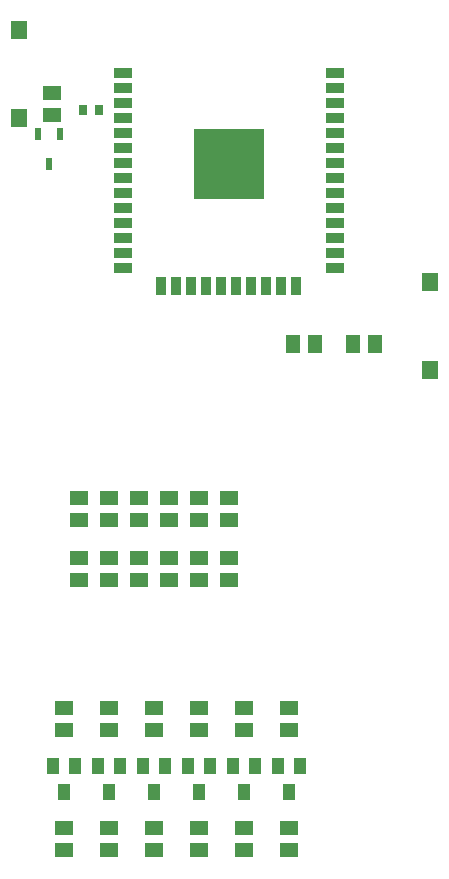
<source format=gtp>
G75*
%MOIN*%
%OFA0B0*%
%FSLAX25Y25*%
%IPPOS*%
%LPD*%
%AMOC8*
5,1,8,0,0,1.08239X$1,22.5*
%
%ADD10R,0.05906X0.03543*%
%ADD11R,0.03543X0.05906*%
%ADD12R,0.23622X0.23622*%
%ADD13R,0.05512X0.06299*%
%ADD14R,0.05906X0.05118*%
%ADD15R,0.06299X0.05118*%
%ADD16R,0.01969X0.03937*%
%ADD17R,0.05118X0.06299*%
%ADD18R,0.03937X0.05512*%
%ADD19R,0.02756X0.03543*%
D10*
X0049201Y0245248D03*
X0049201Y0250248D03*
X0049201Y0255248D03*
X0049201Y0260248D03*
X0049201Y0265248D03*
X0049201Y0270248D03*
X0049201Y0275248D03*
X0049201Y0280248D03*
X0049201Y0285248D03*
X0049201Y0290248D03*
X0049201Y0295248D03*
X0049201Y0300248D03*
X0049201Y0305248D03*
X0049201Y0310248D03*
X0120067Y0310248D03*
X0120067Y0305248D03*
X0120067Y0300248D03*
X0120067Y0295248D03*
X0120067Y0290248D03*
X0120067Y0285248D03*
X0120067Y0280248D03*
X0120067Y0275248D03*
X0120067Y0270248D03*
X0120067Y0265248D03*
X0120067Y0260248D03*
X0120067Y0255248D03*
X0120067Y0250248D03*
X0120067Y0245248D03*
D11*
X0107134Y0239382D03*
X0102134Y0239382D03*
X0097134Y0239382D03*
X0092134Y0239382D03*
X0087134Y0239382D03*
X0082134Y0239382D03*
X0077134Y0239382D03*
X0072134Y0239382D03*
X0067134Y0239382D03*
X0062134Y0239382D03*
D12*
X0084634Y0279933D03*
D13*
X0151634Y0240697D03*
X0151634Y0211169D03*
X0014634Y0295169D03*
X0014634Y0324697D03*
D14*
X0025634Y0303673D03*
X0025634Y0296193D03*
D15*
X0029634Y0051193D03*
X0029634Y0058673D03*
X0044634Y0058673D03*
X0044634Y0051193D03*
X0059634Y0051193D03*
X0059634Y0058673D03*
X0074634Y0058673D03*
X0074634Y0051193D03*
X0089634Y0051193D03*
X0089634Y0058673D03*
X0104634Y0058673D03*
X0104634Y0051193D03*
X0104634Y0091193D03*
X0104634Y0098673D03*
X0089634Y0098673D03*
X0089634Y0091193D03*
X0074634Y0091193D03*
X0074634Y0098673D03*
X0059634Y0098673D03*
X0059634Y0091193D03*
X0044634Y0091193D03*
X0044634Y0098673D03*
X0029634Y0098673D03*
X0029634Y0091193D03*
X0034634Y0141193D03*
X0034634Y0148673D03*
X0034634Y0161193D03*
X0034634Y0168673D03*
X0044634Y0168673D03*
X0044634Y0161193D03*
X0044634Y0148673D03*
X0044634Y0141193D03*
X0054634Y0141193D03*
X0054634Y0148673D03*
X0064634Y0148673D03*
X0064634Y0141193D03*
X0074634Y0141193D03*
X0074634Y0148673D03*
X0074634Y0161193D03*
X0074634Y0168673D03*
X0064634Y0168673D03*
X0064634Y0161193D03*
X0054634Y0161193D03*
X0054634Y0168673D03*
X0084634Y0168673D03*
X0084634Y0161193D03*
X0084634Y0148673D03*
X0084634Y0141193D03*
D16*
X0024634Y0280012D03*
X0020894Y0289854D03*
X0028374Y0289854D03*
D17*
X0105894Y0219933D03*
X0113374Y0219933D03*
X0125894Y0219933D03*
X0133374Y0219933D03*
D18*
X0108374Y0079264D03*
X0100894Y0079264D03*
X0104634Y0070602D03*
X0093374Y0079264D03*
X0089634Y0070602D03*
X0085894Y0079264D03*
X0078374Y0079264D03*
X0074634Y0070602D03*
X0070894Y0079264D03*
X0063374Y0079264D03*
X0059634Y0070602D03*
X0055894Y0079264D03*
X0048374Y0079264D03*
X0044634Y0070602D03*
X0040894Y0079264D03*
X0033374Y0079264D03*
X0025894Y0079264D03*
X0029634Y0070602D03*
D19*
X0036075Y0297933D03*
X0041193Y0297933D03*
M02*

</source>
